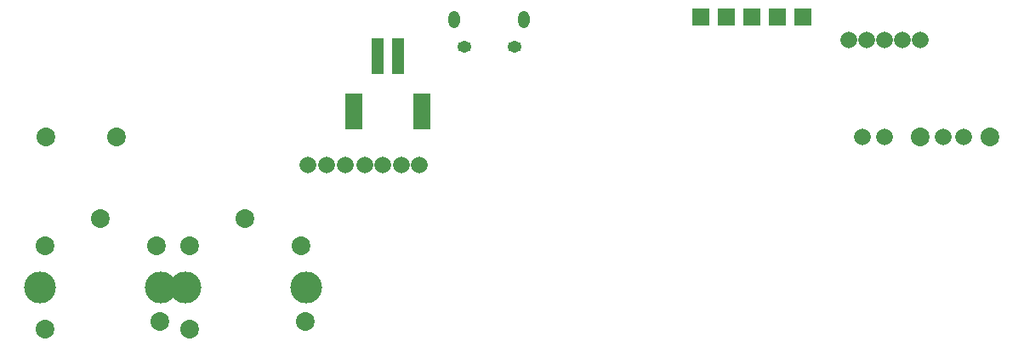
<source format=gbs>
G04 #@! TF.FileFunction,Soldermask,Bot*
%FSLAX46Y46*%
G04 Gerber Fmt 4.6, Leading zero omitted, Abs format (unit mm)*
G04 Created by KiCad (PCBNEW 4.0.7-e0-6372~58~ubuntu16.10.1) date Sun Oct 29 19:34:23 2017*
%MOMM*%
%LPD*%
G01*
G04 APERTURE LIST*
%ADD10C,0.100000*%
%ADD11C,1.860000*%
%ADD12C,3.160000*%
%ADD13O,1.410000X1.110000*%
%ADD14O,1.160000X1.710000*%
%ADD15R,1.160000X3.660000*%
%ADD16R,1.760000X3.560000*%
%ADD17C,1.660000*%
%ADD18R,1.684000X1.760000*%
G04 APERTURE END LIST*
D10*
D11*
X98863200Y-102166800D03*
X104863200Y-112366800D03*
X93363200Y-113166800D03*
X104463200Y-104866800D03*
X93363200Y-104866800D03*
D12*
X92913200Y-109016800D03*
X104913200Y-109016800D03*
D11*
X84429600Y-102166800D03*
X90429600Y-112366800D03*
X78929600Y-113166800D03*
X90029600Y-104866800D03*
X78929600Y-104866800D03*
D12*
X78479600Y-109016800D03*
X90479600Y-109016800D03*
D11*
X173042400Y-94022400D03*
X166042400Y-94022400D03*
D13*
X125657880Y-85026940D03*
X120657880Y-85026940D03*
D14*
X126657880Y-82326940D03*
X119657880Y-82326940D03*
D15*
X114064800Y-85928200D03*
X112064800Y-85928200D03*
D16*
X116464800Y-91478200D03*
X109664800Y-91478200D03*
D17*
X112585500Y-96774000D03*
X110756700Y-96774000D03*
X114414300Y-96774000D03*
X116243100Y-96774000D03*
X106997500Y-96824800D03*
X108877100Y-96824800D03*
X105117900Y-96824800D03*
D11*
X79078000Y-94030800D03*
X86078000Y-94030800D03*
D17*
X159004000Y-84328000D03*
X160782000Y-84328000D03*
X164338000Y-84328000D03*
X166116000Y-84328000D03*
X170434000Y-93980000D03*
X162560000Y-84328000D03*
X168402000Y-93980000D03*
X162550000Y-94000000D03*
X160350000Y-94000000D03*
D18*
X144212400Y-82046800D03*
X146752400Y-82046800D03*
X149292400Y-82046800D03*
X151832400Y-82046800D03*
X154372400Y-82046800D03*
M02*

</source>
